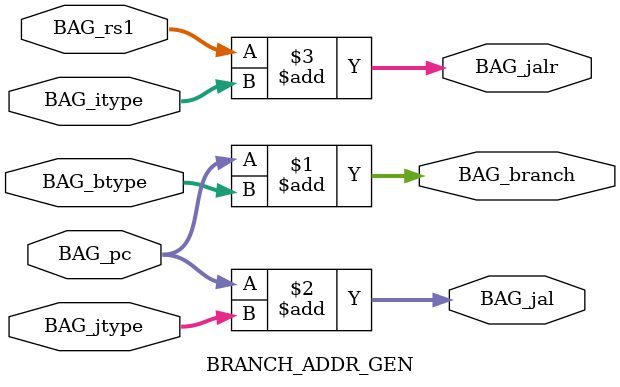
<source format=sv>
`timescale 1ns / 1ps


module BRANCH_ADDR_GEN(
    input logic [31:0] BAG_pc,
    input logic [31:0] BAG_jtype,
    input logic [31:0] BAG_btype,
    input logic [31:0] BAG_rs1,
    input logic [31:0] BAG_itype,
    output logic [31:0] BAG_jalr,
    output logic [31:0] BAG_branch,
    output logic [31:0] BAG_jal
    );
    
    assign BAG_branch = BAG_pc + BAG_btype;
    assign BAG_jal = BAG_pc + BAG_jtype;
    assign BAG_jalr = BAG_rs1 + BAG_itype;
    
endmodule

</source>
